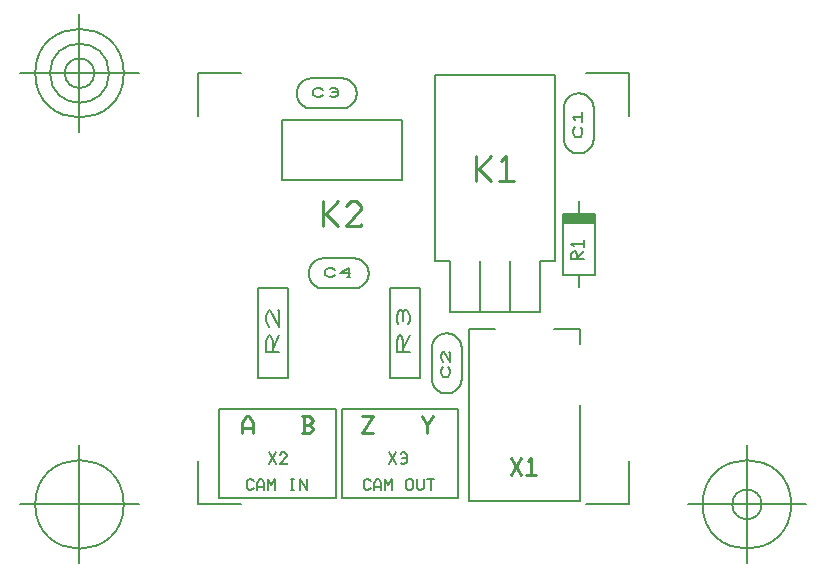
<source format=gbr>
G04 Generated by Ultiboard 14.1 *
%FSLAX34Y34*%
%MOMM*%

%ADD10C,0.0001*%
%ADD11C,0.2032*%
%ADD12C,0.1556*%
%ADD13C,0.2222*%
%ADD14C,0.2000*%
%ADD15C,0.1500*%
%ADD16C,0.1000*%
%ADD17C,0.1270*%


G04 ColorRGB FFFF00 for the following layer *
%LNSiebdruck oben*%
%LPD*%
G54D10*
G54D11*
X66358Y126716D02*
X55623Y126716D01*
X55623Y136123D01*
X57770Y140827D01*
X58844Y140827D01*
X60991Y136123D01*
X60991Y126716D01*
X60991Y129068D02*
X66358Y140827D01*
X57770Y147883D02*
X55623Y152586D01*
X55623Y157290D01*
X57770Y161994D01*
X58844Y161994D01*
X66358Y147883D01*
X66358Y161994D01*
X65285Y161994D01*
X73660Y104140D02*
X73660Y180340D01*
X48260Y180340D02*
X48260Y104140D01*
X73660Y104140D01*
X73660Y180340D02*
X48260Y180340D01*
X15540Y78140D02*
X15540Y3140D01*
X114300Y78140D02*
X15540Y78140D01*
X15540Y3140D02*
X114300Y3140D01*
X114300Y78140D01*
X176908Y126812D02*
X166173Y126812D01*
X166173Y136219D01*
X168320Y140923D01*
X169394Y140923D01*
X171541Y136219D01*
X171541Y126812D01*
X171541Y129164D02*
X176908Y140923D01*
X167247Y150330D02*
X166173Y152682D01*
X166173Y157386D01*
X168320Y162090D01*
X170467Y162090D01*
X171541Y159738D01*
X172614Y162090D01*
X174761Y162090D01*
X176908Y157386D01*
X176908Y152682D01*
X175835Y150330D01*
X171541Y152682D02*
X171541Y159738D01*
X160020Y180340D02*
X160020Y104140D01*
X185420Y104140D02*
X185420Y180340D01*
X160020Y180340D01*
X160020Y104140D02*
X185420Y104140D01*
X218140Y3140D02*
X218140Y78140D01*
X119380Y3140D02*
X218140Y3140D01*
X218140Y78140D02*
X119380Y78140D01*
X119380Y3140D01*
X209816Y113986D02*
X211327Y111164D01*
X211327Y108341D01*
X209816Y105519D01*
X205280Y105519D01*
X203768Y108341D01*
X203768Y111164D01*
X205280Y113986D01*
X205280Y118219D02*
X203768Y121041D01*
X203768Y123864D01*
X205280Y126686D01*
X206036Y126686D01*
X211327Y118219D01*
X211327Y126686D01*
X210572Y126686D01*
X220980Y104140D02*
X220980Y129540D01*
X195580Y104140D02*
X195580Y129540D01*
X195580Y104140D02*
X195628Y103033D01*
X195773Y101935D01*
X196013Y100853D01*
X196346Y99796D01*
X196770Y98773D01*
X197281Y97790D01*
X197877Y96856D01*
X198551Y95977D01*
X199300Y95160D01*
X200117Y94411D01*
X200996Y93737D01*
X201930Y93141D01*
X202913Y92630D01*
X203936Y92206D01*
X204993Y91873D01*
X206075Y91633D01*
X207173Y91488D01*
X208280Y91440D01*
X209387Y91488D01*
X210485Y91633D01*
X211567Y91873D01*
X212624Y92206D01*
X213647Y92630D01*
X214630Y93141D01*
X215564Y93737D01*
X216443Y94411D01*
X217260Y95160D01*
X218009Y95977D01*
X218683Y96856D01*
X219279Y97790D01*
X219790Y98773D01*
X220214Y99796D01*
X220547Y100853D01*
X220787Y101935D01*
X220932Y103033D01*
X220980Y104140D01*
X220980Y104140D01*
X220980Y129540D02*
X220932Y130647D01*
X220787Y131745D01*
X220547Y132827D01*
X220214Y133884D01*
X219790Y134907D01*
X219279Y135890D01*
X218683Y136824D01*
X218009Y137703D01*
X217260Y138520D01*
X216443Y139269D01*
X215564Y139943D01*
X214630Y140539D01*
X213647Y141050D01*
X212624Y141474D01*
X211567Y141807D01*
X210485Y142047D01*
X209387Y142192D01*
X208280Y142240D01*
X207173Y142192D01*
X206075Y142047D01*
X204993Y141807D01*
X203936Y141474D01*
X202913Y141050D01*
X201930Y140539D01*
X200996Y139943D01*
X200117Y139269D01*
X199300Y138520D01*
X198551Y137703D01*
X197877Y136824D01*
X197281Y135890D01*
X196770Y134907D01*
X196346Y133884D01*
X196013Y132827D01*
X195773Y131745D01*
X195628Y130647D01*
X195580Y129540D01*
X114018Y191740D02*
X111196Y190228D01*
X108373Y190228D01*
X105551Y191740D01*
X105551Y196275D01*
X108373Y197787D01*
X111196Y197787D01*
X114018Y196275D01*
X126718Y193252D02*
X118251Y193252D01*
X125307Y197787D01*
X125307Y190228D01*
X123896Y190228D02*
X126718Y190228D01*
X129540Y205740D02*
X104140Y205740D01*
X129540Y180340D02*
X104140Y180340D01*
X129540Y180340D02*
X130647Y180388D01*
X131745Y180533D01*
X132827Y180773D01*
X133884Y181106D01*
X134907Y181530D01*
X135890Y182041D01*
X136824Y182637D01*
X137703Y183311D01*
X138520Y184060D01*
X139269Y184877D01*
X139943Y185756D01*
X140539Y186690D01*
X141050Y187673D01*
X141474Y188696D01*
X141807Y189753D01*
X142047Y190835D01*
X142192Y191933D01*
X142240Y193040D01*
X142192Y194147D01*
X142047Y195245D01*
X141807Y196327D01*
X141474Y197384D01*
X141050Y198407D01*
X140539Y199390D01*
X139943Y200324D01*
X139269Y201203D01*
X138520Y202020D01*
X137703Y202769D01*
X136824Y203443D01*
X135890Y204039D01*
X134907Y204550D01*
X133884Y204974D01*
X132827Y205307D01*
X131745Y205547D01*
X130647Y205692D01*
X129540Y205740D01*
X104140Y205740D02*
X103033Y205692D01*
X101935Y205547D01*
X100853Y205307D01*
X99796Y204974D01*
X98773Y204550D01*
X97790Y204039D01*
X96856Y203443D01*
X95977Y202769D01*
X95160Y202020D01*
X94411Y201203D01*
X93737Y200324D01*
X93141Y199390D01*
X92630Y198407D01*
X92206Y197384D01*
X91873Y196327D01*
X91633Y195245D01*
X91488Y194147D01*
X91440Y193040D01*
X91488Y191933D01*
X91633Y190835D01*
X91873Y189753D01*
X92206Y188696D01*
X92630Y187673D01*
X93141Y186690D01*
X93737Y185756D01*
X94411Y184877D01*
X95160Y184060D01*
X95977Y183311D01*
X96856Y182637D01*
X97790Y182041D01*
X98773Y181530D01*
X99796Y181106D01*
X100853Y180773D01*
X101935Y180533D01*
X103033Y180388D01*
X104140Y180340D01*
X104140Y180340D01*
X306540Y191740D02*
X333540Y191740D01*
X333540Y243740D02*
X306540Y243740D01*
X320040Y243840D02*
X320040Y254240D01*
X320040Y191240D02*
X320040Y181240D01*
X306540Y243740D02*
X306540Y191740D01*
X333540Y191740D02*
X333540Y243740D01*
X321764Y317218D02*
X323275Y314396D01*
X323275Y311573D01*
X321764Y308751D01*
X317228Y308751D01*
X315716Y311573D01*
X315716Y314396D01*
X317228Y317218D01*
X317228Y322862D02*
X315716Y325684D01*
X323275Y325684D01*
X323275Y321451D02*
X323275Y329918D01*
X332740Y307340D02*
X332740Y332740D01*
X307340Y307340D02*
X307340Y332740D01*
X307340Y307340D02*
X307388Y306233D01*
X307533Y305135D01*
X307773Y304053D01*
X308106Y302996D01*
X308530Y301973D01*
X309041Y300990D01*
X309637Y300056D01*
X310311Y299177D01*
X311060Y298360D01*
X311877Y297611D01*
X312756Y296937D01*
X313690Y296341D01*
X314673Y295830D01*
X315696Y295406D01*
X316753Y295073D01*
X317835Y294833D01*
X318933Y294688D01*
X320040Y294640D01*
X321147Y294688D01*
X322245Y294833D01*
X323327Y295073D01*
X324384Y295406D01*
X325407Y295830D01*
X326390Y296341D01*
X327324Y296937D01*
X328203Y297611D01*
X329020Y298360D01*
X329769Y299177D01*
X330443Y300056D01*
X331039Y300990D01*
X331550Y301973D01*
X331974Y302996D01*
X332307Y304053D01*
X332547Y305135D01*
X332692Y306233D01*
X332740Y307340D01*
X332740Y307340D01*
X332740Y332740D02*
X332692Y333847D01*
X332547Y334945D01*
X332307Y336027D01*
X331974Y337084D01*
X331550Y338107D01*
X331039Y339090D01*
X330443Y340024D01*
X329769Y340903D01*
X329020Y341720D01*
X328203Y342469D01*
X327324Y343143D01*
X326390Y343739D01*
X325407Y344250D01*
X324384Y344674D01*
X323327Y345007D01*
X322245Y345247D01*
X321147Y345392D01*
X320040Y345440D01*
X318933Y345392D01*
X317835Y345247D01*
X316753Y345007D01*
X315696Y344674D01*
X314673Y344250D01*
X313690Y343739D01*
X312756Y343143D01*
X311877Y342469D01*
X311060Y341720D01*
X310311Y340903D01*
X309637Y340024D01*
X309041Y339090D01*
X308530Y338107D01*
X308106Y337084D01*
X307773Y336027D01*
X307533Y334945D01*
X307388Y333847D01*
X307340Y332740D01*
X103858Y344140D02*
X101036Y342628D01*
X98213Y342628D01*
X95391Y344140D01*
X95391Y348675D01*
X98213Y350187D01*
X101036Y350187D01*
X103858Y348675D01*
X109502Y349431D02*
X110913Y350187D01*
X113736Y350187D01*
X116558Y348675D01*
X116558Y347164D01*
X115147Y346408D01*
X116558Y345652D01*
X116558Y344140D01*
X113736Y342628D01*
X110913Y342628D01*
X109502Y343384D01*
X110913Y346408D02*
X115147Y346408D01*
X119380Y358140D02*
X93980Y358140D01*
X119380Y332740D02*
X93980Y332740D01*
X119380Y332740D02*
X120487Y332788D01*
X121585Y332933D01*
X122667Y333173D01*
X123724Y333506D01*
X124747Y333930D01*
X125730Y334441D01*
X126664Y335037D01*
X127543Y335711D01*
X128360Y336460D01*
X129109Y337277D01*
X129783Y338156D01*
X130379Y339090D01*
X130890Y340073D01*
X131314Y341096D01*
X131647Y342153D01*
X131887Y343235D01*
X132032Y344333D01*
X132080Y345440D01*
X132032Y346547D01*
X131887Y347645D01*
X131647Y348727D01*
X131314Y349784D01*
X130890Y350807D01*
X130379Y351790D01*
X129783Y352724D01*
X129109Y353603D01*
X128360Y354420D01*
X127543Y355169D01*
X126664Y355843D01*
X125730Y356439D01*
X124747Y356950D01*
X123724Y357374D01*
X122667Y357707D01*
X121585Y357947D01*
X120487Y358092D01*
X119380Y358140D01*
X93980Y358140D02*
X92873Y358092D01*
X91775Y357947D01*
X90693Y357707D01*
X89636Y357374D01*
X88613Y356950D01*
X87630Y356439D01*
X86696Y355843D01*
X85817Y355169D01*
X85000Y354420D01*
X84251Y353603D01*
X83577Y352724D01*
X82981Y351790D01*
X82470Y350807D01*
X82046Y349784D01*
X81713Y348727D01*
X81473Y347645D01*
X81328Y346547D01*
X81280Y345440D01*
X81328Y344333D01*
X81473Y343235D01*
X81713Y342153D01*
X82046Y341096D01*
X82470Y340073D01*
X82981Y339090D01*
X83577Y338156D01*
X84251Y337277D01*
X85000Y336460D01*
X85817Y335711D01*
X86696Y335037D01*
X87630Y334441D01*
X88613Y333930D01*
X89636Y333506D01*
X90693Y333173D01*
X91775Y332933D01*
X92873Y332788D01*
X93980Y332740D01*
X93980Y332740D01*
X198120Y360680D02*
X198120Y203200D01*
X299720Y203200D02*
X299720Y360680D01*
X198120Y360680D01*
X198120Y203200D02*
X210820Y203200D01*
X287020Y203200D02*
X299720Y203200D01*
X210820Y160020D02*
X287020Y160020D01*
X236220Y160020D02*
X236220Y203200D01*
X210820Y160020D02*
X210820Y203200D01*
X261620Y160020D02*
X261620Y203200D01*
X287020Y160020D02*
X287020Y203200D01*
X68580Y271780D02*
X68580Y322580D01*
X170180Y322580D01*
X170180Y271780D01*
X68580Y271780D01*
G54D12*
X44929Y11320D02*
X42938Y9320D01*
X40947Y9320D01*
X38956Y11320D01*
X38956Y17320D01*
X40947Y19320D01*
X42938Y19320D01*
X44929Y17320D01*
X47916Y9320D02*
X47916Y15320D01*
X49907Y19320D01*
X51898Y19320D01*
X53889Y15320D01*
X53889Y9320D01*
X47916Y12320D02*
X53889Y12320D01*
X56876Y9320D02*
X56876Y19320D01*
X59862Y14320D01*
X62849Y19320D01*
X62849Y9320D01*
X76787Y9320D02*
X78778Y9320D01*
X76787Y19320D02*
X78778Y19320D01*
X77782Y9320D02*
X77782Y19320D01*
X83756Y9320D02*
X83756Y19320D01*
X89729Y9320D01*
X89729Y19320D01*
X58076Y41560D02*
X64049Y31560D01*
X58076Y31560D02*
X64049Y41560D01*
X67036Y39560D02*
X69027Y41560D01*
X71018Y41560D01*
X73009Y39560D01*
X73009Y38560D01*
X67036Y31560D01*
X73009Y31560D01*
X73009Y32560D01*
X159676Y41560D02*
X165649Y31560D01*
X159676Y31560D02*
X165649Y41560D01*
X169631Y40560D02*
X170627Y41560D01*
X172618Y41560D01*
X174609Y39560D01*
X174609Y37560D01*
X173613Y36560D01*
X174609Y35560D01*
X174609Y33560D01*
X172618Y31560D01*
X170627Y31560D01*
X169631Y32560D01*
X170627Y36560D02*
X173613Y36560D01*
X143989Y11320D02*
X141998Y9320D01*
X140007Y9320D01*
X138016Y11320D01*
X138016Y17320D01*
X140007Y19320D01*
X141998Y19320D01*
X143989Y17320D01*
X146976Y9320D02*
X146976Y15320D01*
X148967Y19320D01*
X150958Y19320D01*
X152949Y15320D01*
X152949Y9320D01*
X146976Y12320D02*
X152949Y12320D01*
X155936Y9320D02*
X155936Y19320D01*
X158922Y14320D01*
X161909Y19320D01*
X161909Y9320D01*
X173856Y11320D02*
X175847Y9320D01*
X177838Y9320D01*
X179829Y11320D01*
X179829Y17320D01*
X177838Y19320D01*
X175847Y19320D01*
X173856Y17320D01*
X173856Y11320D01*
X182816Y19320D02*
X182816Y11320D01*
X184807Y9320D01*
X186798Y9320D01*
X188789Y11320D01*
X188789Y19320D01*
X194762Y9320D02*
X194762Y19320D01*
X191776Y19320D02*
X197749Y19320D01*
G54D13*
X35422Y57886D02*
X35422Y66457D01*
X38267Y72171D01*
X41111Y72171D01*
X43956Y66457D01*
X43956Y57886D01*
X35422Y62171D02*
X43956Y62171D01*
X86222Y57886D02*
X91911Y57886D01*
X94756Y60743D01*
X94756Y62171D01*
X91911Y65029D01*
X94756Y67886D01*
X94756Y69314D01*
X91911Y72171D01*
X87644Y72171D01*
X86222Y72171D01*
X87644Y65029D02*
X91911Y65029D01*
X87644Y72171D02*
X87644Y57886D01*
X137022Y72171D02*
X145556Y72171D01*
X137022Y57886D01*
X145556Y57886D01*
X187822Y72171D02*
X192089Y65029D01*
X196356Y72171D01*
X192089Y65029D02*
X192089Y57886D01*
X263042Y36671D02*
X271576Y22386D01*
X263042Y22386D02*
X271576Y36671D01*
X277264Y33814D02*
X280109Y36671D01*
X280109Y22386D01*
X275842Y22386D02*
X284376Y22386D01*
X233273Y271069D02*
X233273Y292497D01*
X233273Y281783D02*
X235407Y281783D01*
X246073Y292497D01*
X235407Y281783D02*
X246073Y271069D01*
X254607Y288211D02*
X258873Y292497D01*
X258873Y271069D01*
X252473Y271069D02*
X265273Y271069D01*
X103733Y232969D02*
X103733Y254397D01*
X103733Y243683D02*
X105867Y243683D01*
X116533Y254397D01*
X105867Y243683D02*
X116533Y232969D01*
X122933Y250111D02*
X127200Y254397D01*
X131467Y254397D01*
X135733Y250111D01*
X135733Y247969D01*
X122933Y232969D01*
X135733Y232969D01*
X135733Y235111D01*
G54D14*
X321320Y160D02*
X227320Y160D01*
X321320Y81280D02*
X321320Y160D01*
X299320Y146160D02*
X321320Y146160D01*
X321320Y133160D01*
X227320Y146160D02*
X249320Y146160D01*
X227320Y160D02*
X227320Y146160D01*
G54D15*
X324446Y205387D02*
X313731Y205387D01*
X313731Y209653D01*
X315874Y211787D01*
X316946Y211787D01*
X319089Y209653D01*
X319089Y205387D01*
X319089Y206453D02*
X324446Y211787D01*
X315874Y216053D02*
X313731Y218187D01*
X324446Y218187D01*
X324446Y214987D02*
X324446Y221387D01*
G54D16*
G36*
X306768Y234578D02*
X306768Y242578D01*
X333000Y242578D01*
X333000Y234578D01*
X306768Y234578D01*
G37*
G54D17*
X-2540Y-2540D02*
X-2540Y33968D01*
X-2540Y-2540D02*
X33968Y-2540D01*
X362540Y-2540D02*
X326032Y-2540D01*
X362540Y-2540D02*
X362540Y33968D01*
X362540Y362540D02*
X362540Y326032D01*
X362540Y362540D02*
X326032Y362540D01*
X-2540Y362540D02*
X33968Y362540D01*
X-2540Y362540D02*
X-2540Y326032D01*
X-52540Y-2540D02*
X-152540Y-2540D01*
X-102540Y-52540D02*
X-102540Y47460D01*
X-140040Y-2540D02*
G75*
D01*
G02X-140040Y-2540I37500J0*
G01*
X412540Y-2540D02*
X512540Y-2540D01*
X462540Y-52540D02*
X462540Y47460D01*
X425040Y-2540D02*
G75*
D01*
G02X425040Y-2540I37500J0*
G01*
X450040Y-2540D02*
G75*
D01*
G02X450040Y-2540I12500J0*
G01*
X-52540Y362540D02*
X-152540Y362540D01*
X-102540Y312540D02*
X-102540Y412540D01*
X-140040Y362540D02*
G75*
D01*
G02X-140040Y362540I37500J0*
G01*
X-127540Y362540D02*
G75*
D01*
G02X-127540Y362540I25000J0*
G01*
X-115040Y362540D02*
G75*
D01*
G02X-115040Y362540I12500J0*
G01*

M02*

</source>
